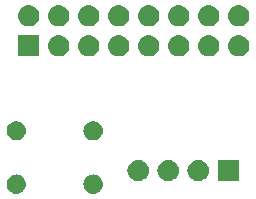
<source format=gbr>
G04 #@! TF.GenerationSoftware,KiCad,Pcbnew,(5.0.0)*
G04 #@! TF.CreationDate,2021-07-17T15:24:55-07:00*
G04 #@! TF.ProjectId,RaspberryPiHat Board,52617370626572727950694861742042,Raspberry Pi Hat *
G04 #@! TF.SameCoordinates,Original*
G04 #@! TF.FileFunction,Soldermask,Bot*
G04 #@! TF.FilePolarity,Negative*
%FSLAX46Y46*%
G04 Gerber Fmt 4.6, Leading zero omitted, Abs format (unit mm)*
G04 Created by KiCad (PCBNEW (5.0.0)) date 07/17/21 15:24:55*
%MOMM*%
%LPD*%
G01*
G04 APERTURE LIST*
%ADD10C,0.100000*%
G04 APERTURE END LIST*
D10*
G36*
X46815747Y-63833921D02*
X46895376Y-63841764D01*
X46997543Y-63872756D01*
X47048628Y-63888252D01*
X47189865Y-63963745D01*
X47313659Y-64065341D01*
X47415255Y-64189135D01*
X47490748Y-64330372D01*
X47506244Y-64381457D01*
X47537236Y-64483624D01*
X47552933Y-64643000D01*
X47537236Y-64802376D01*
X47506244Y-64904543D01*
X47490748Y-64955628D01*
X47415255Y-65096865D01*
X47313659Y-65220659D01*
X47189865Y-65322255D01*
X47048628Y-65397748D01*
X46997543Y-65413244D01*
X46895376Y-65444236D01*
X46815747Y-65452079D01*
X46775934Y-65456000D01*
X46696066Y-65456000D01*
X46656253Y-65452079D01*
X46576624Y-65444236D01*
X46474457Y-65413244D01*
X46423372Y-65397748D01*
X46282135Y-65322255D01*
X46158341Y-65220659D01*
X46056745Y-65096865D01*
X45981252Y-64955628D01*
X45965756Y-64904543D01*
X45934764Y-64802376D01*
X45919067Y-64643000D01*
X45934764Y-64483624D01*
X45965756Y-64381457D01*
X45981252Y-64330372D01*
X46056745Y-64189135D01*
X46158341Y-64065341D01*
X46282135Y-63963745D01*
X46423372Y-63888252D01*
X46474457Y-63872756D01*
X46576624Y-63841764D01*
X46656253Y-63833921D01*
X46696066Y-63830000D01*
X46775934Y-63830000D01*
X46815747Y-63833921D01*
X46815747Y-63833921D01*
G37*
G36*
X40313347Y-63833921D02*
X40392976Y-63841764D01*
X40495143Y-63872756D01*
X40546228Y-63888252D01*
X40687465Y-63963745D01*
X40811259Y-64065341D01*
X40912855Y-64189135D01*
X40988348Y-64330372D01*
X41003844Y-64381457D01*
X41034836Y-64483624D01*
X41050533Y-64643000D01*
X41034836Y-64802376D01*
X41003844Y-64904543D01*
X40988348Y-64955628D01*
X40912855Y-65096865D01*
X40811259Y-65220659D01*
X40687465Y-65322255D01*
X40546228Y-65397748D01*
X40495143Y-65413244D01*
X40392976Y-65444236D01*
X40313347Y-65452079D01*
X40273534Y-65456000D01*
X40193666Y-65456000D01*
X40153853Y-65452079D01*
X40074224Y-65444236D01*
X39972057Y-65413244D01*
X39920972Y-65397748D01*
X39779735Y-65322255D01*
X39655941Y-65220659D01*
X39554345Y-65096865D01*
X39478852Y-64955628D01*
X39463356Y-64904543D01*
X39432364Y-64802376D01*
X39416667Y-64643000D01*
X39432364Y-64483624D01*
X39463356Y-64381457D01*
X39478852Y-64330372D01*
X39554345Y-64189135D01*
X39655941Y-64065341D01*
X39779735Y-63963745D01*
X39920972Y-63888252D01*
X39972057Y-63872756D01*
X40074224Y-63841764D01*
X40153853Y-63833921D01*
X40193666Y-63830000D01*
X40273534Y-63830000D01*
X40313347Y-63833921D01*
X40313347Y-63833921D01*
G37*
G36*
X50656442Y-62605518D02*
X50722627Y-62612037D01*
X50835853Y-62646384D01*
X50892467Y-62663557D01*
X51031087Y-62737652D01*
X51048991Y-62747222D01*
X51084729Y-62776552D01*
X51186186Y-62859814D01*
X51269448Y-62961271D01*
X51298778Y-62997009D01*
X51298779Y-62997011D01*
X51382443Y-63153533D01*
X51382443Y-63153534D01*
X51433963Y-63323373D01*
X51451359Y-63500000D01*
X51433963Y-63676627D01*
X51399616Y-63789853D01*
X51382443Y-63846467D01*
X51360108Y-63888252D01*
X51298778Y-64002991D01*
X51269448Y-64038729D01*
X51186186Y-64140186D01*
X51084729Y-64223448D01*
X51048991Y-64252778D01*
X51048989Y-64252779D01*
X50892467Y-64336443D01*
X50835853Y-64353616D01*
X50722627Y-64387963D01*
X50656442Y-64394482D01*
X50590260Y-64401000D01*
X50501740Y-64401000D01*
X50435558Y-64394482D01*
X50369373Y-64387963D01*
X50256147Y-64353616D01*
X50199533Y-64336443D01*
X50043011Y-64252779D01*
X50043009Y-64252778D01*
X50007271Y-64223448D01*
X49905814Y-64140186D01*
X49822552Y-64038729D01*
X49793222Y-64002991D01*
X49731892Y-63888252D01*
X49709557Y-63846467D01*
X49692384Y-63789853D01*
X49658037Y-63676627D01*
X49640641Y-63500000D01*
X49658037Y-63323373D01*
X49709557Y-63153534D01*
X49709557Y-63153533D01*
X49793221Y-62997011D01*
X49793222Y-62997009D01*
X49822552Y-62961271D01*
X49905814Y-62859814D01*
X50007271Y-62776552D01*
X50043009Y-62747222D01*
X50060913Y-62737652D01*
X50199533Y-62663557D01*
X50256147Y-62646384D01*
X50369373Y-62612037D01*
X50435558Y-62605518D01*
X50501740Y-62599000D01*
X50590260Y-62599000D01*
X50656442Y-62605518D01*
X50656442Y-62605518D01*
G37*
G36*
X53196442Y-62605518D02*
X53262627Y-62612037D01*
X53375853Y-62646384D01*
X53432467Y-62663557D01*
X53571087Y-62737652D01*
X53588991Y-62747222D01*
X53624729Y-62776552D01*
X53726186Y-62859814D01*
X53809448Y-62961271D01*
X53838778Y-62997009D01*
X53838779Y-62997011D01*
X53922443Y-63153533D01*
X53922443Y-63153534D01*
X53973963Y-63323373D01*
X53991359Y-63500000D01*
X53973963Y-63676627D01*
X53939616Y-63789853D01*
X53922443Y-63846467D01*
X53900108Y-63888252D01*
X53838778Y-64002991D01*
X53809448Y-64038729D01*
X53726186Y-64140186D01*
X53624729Y-64223448D01*
X53588991Y-64252778D01*
X53588989Y-64252779D01*
X53432467Y-64336443D01*
X53375853Y-64353616D01*
X53262627Y-64387963D01*
X53196442Y-64394482D01*
X53130260Y-64401000D01*
X53041740Y-64401000D01*
X52975558Y-64394482D01*
X52909373Y-64387963D01*
X52796147Y-64353616D01*
X52739533Y-64336443D01*
X52583011Y-64252779D01*
X52583009Y-64252778D01*
X52547271Y-64223448D01*
X52445814Y-64140186D01*
X52362552Y-64038729D01*
X52333222Y-64002991D01*
X52271892Y-63888252D01*
X52249557Y-63846467D01*
X52232384Y-63789853D01*
X52198037Y-63676627D01*
X52180641Y-63500000D01*
X52198037Y-63323373D01*
X52249557Y-63153534D01*
X52249557Y-63153533D01*
X52333221Y-62997011D01*
X52333222Y-62997009D01*
X52362552Y-62961271D01*
X52445814Y-62859814D01*
X52547271Y-62776552D01*
X52583009Y-62747222D01*
X52600913Y-62737652D01*
X52739533Y-62663557D01*
X52796147Y-62646384D01*
X52909373Y-62612037D01*
X52975558Y-62605518D01*
X53041740Y-62599000D01*
X53130260Y-62599000D01*
X53196442Y-62605518D01*
X53196442Y-62605518D01*
G37*
G36*
X55736442Y-62605518D02*
X55802627Y-62612037D01*
X55915853Y-62646384D01*
X55972467Y-62663557D01*
X56111087Y-62737652D01*
X56128991Y-62747222D01*
X56164729Y-62776552D01*
X56266186Y-62859814D01*
X56349448Y-62961271D01*
X56378778Y-62997009D01*
X56378779Y-62997011D01*
X56462443Y-63153533D01*
X56462443Y-63153534D01*
X56513963Y-63323373D01*
X56531359Y-63500000D01*
X56513963Y-63676627D01*
X56479616Y-63789853D01*
X56462443Y-63846467D01*
X56440108Y-63888252D01*
X56378778Y-64002991D01*
X56349448Y-64038729D01*
X56266186Y-64140186D01*
X56164729Y-64223448D01*
X56128991Y-64252778D01*
X56128989Y-64252779D01*
X55972467Y-64336443D01*
X55915853Y-64353616D01*
X55802627Y-64387963D01*
X55736442Y-64394482D01*
X55670260Y-64401000D01*
X55581740Y-64401000D01*
X55515558Y-64394482D01*
X55449373Y-64387963D01*
X55336147Y-64353616D01*
X55279533Y-64336443D01*
X55123011Y-64252779D01*
X55123009Y-64252778D01*
X55087271Y-64223448D01*
X54985814Y-64140186D01*
X54902552Y-64038729D01*
X54873222Y-64002991D01*
X54811892Y-63888252D01*
X54789557Y-63846467D01*
X54772384Y-63789853D01*
X54738037Y-63676627D01*
X54720641Y-63500000D01*
X54738037Y-63323373D01*
X54789557Y-63153534D01*
X54789557Y-63153533D01*
X54873221Y-62997011D01*
X54873222Y-62997009D01*
X54902552Y-62961271D01*
X54985814Y-62859814D01*
X55087271Y-62776552D01*
X55123009Y-62747222D01*
X55140913Y-62737652D01*
X55279533Y-62663557D01*
X55336147Y-62646384D01*
X55449373Y-62612037D01*
X55515558Y-62605518D01*
X55581740Y-62599000D01*
X55670260Y-62599000D01*
X55736442Y-62605518D01*
X55736442Y-62605518D01*
G37*
G36*
X59067000Y-64401000D02*
X57265000Y-64401000D01*
X57265000Y-62599000D01*
X59067000Y-62599000D01*
X59067000Y-64401000D01*
X59067000Y-64401000D01*
G37*
G36*
X40313347Y-59312721D02*
X40392976Y-59320564D01*
X40495143Y-59351556D01*
X40546228Y-59367052D01*
X40687465Y-59442545D01*
X40811259Y-59544141D01*
X40912855Y-59667935D01*
X40988348Y-59809172D01*
X40988348Y-59809173D01*
X41034836Y-59962424D01*
X41050533Y-60121800D01*
X41034836Y-60281176D01*
X41003844Y-60383343D01*
X40988348Y-60434428D01*
X40912855Y-60575665D01*
X40811259Y-60699459D01*
X40687465Y-60801055D01*
X40546228Y-60876548D01*
X40495143Y-60892044D01*
X40392976Y-60923036D01*
X40313347Y-60930879D01*
X40273534Y-60934800D01*
X40193666Y-60934800D01*
X40153853Y-60930879D01*
X40074224Y-60923036D01*
X39972057Y-60892044D01*
X39920972Y-60876548D01*
X39779735Y-60801055D01*
X39655941Y-60699459D01*
X39554345Y-60575665D01*
X39478852Y-60434428D01*
X39463356Y-60383343D01*
X39432364Y-60281176D01*
X39416667Y-60121800D01*
X39432364Y-59962424D01*
X39478852Y-59809173D01*
X39478852Y-59809172D01*
X39554345Y-59667935D01*
X39655941Y-59544141D01*
X39779735Y-59442545D01*
X39920972Y-59367052D01*
X39972057Y-59351556D01*
X40074224Y-59320564D01*
X40153853Y-59312721D01*
X40193666Y-59308800D01*
X40273534Y-59308800D01*
X40313347Y-59312721D01*
X40313347Y-59312721D01*
G37*
G36*
X46815747Y-59312721D02*
X46895376Y-59320564D01*
X46997543Y-59351556D01*
X47048628Y-59367052D01*
X47189865Y-59442545D01*
X47313659Y-59544141D01*
X47415255Y-59667935D01*
X47490748Y-59809172D01*
X47490748Y-59809173D01*
X47537236Y-59962424D01*
X47552933Y-60121800D01*
X47537236Y-60281176D01*
X47506244Y-60383343D01*
X47490748Y-60434428D01*
X47415255Y-60575665D01*
X47313659Y-60699459D01*
X47189865Y-60801055D01*
X47048628Y-60876548D01*
X46997543Y-60892044D01*
X46895376Y-60923036D01*
X46815747Y-60930879D01*
X46775934Y-60934800D01*
X46696066Y-60934800D01*
X46656253Y-60930879D01*
X46576624Y-60923036D01*
X46474457Y-60892044D01*
X46423372Y-60876548D01*
X46282135Y-60801055D01*
X46158341Y-60699459D01*
X46056745Y-60575665D01*
X45981252Y-60434428D01*
X45965756Y-60383343D01*
X45934764Y-60281176D01*
X45919067Y-60121800D01*
X45934764Y-59962424D01*
X45981252Y-59809173D01*
X45981252Y-59809172D01*
X46056745Y-59667935D01*
X46158341Y-59544141D01*
X46282135Y-59442545D01*
X46423372Y-59367052D01*
X46474457Y-59351556D01*
X46576624Y-59320564D01*
X46656253Y-59312721D01*
X46696066Y-59308800D01*
X46775934Y-59308800D01*
X46815747Y-59312721D01*
X46815747Y-59312721D01*
G37*
G36*
X51545443Y-52039119D02*
X51611627Y-52045637D01*
X51724853Y-52079984D01*
X51781467Y-52097157D01*
X51920087Y-52171252D01*
X51937991Y-52180822D01*
X51973729Y-52210152D01*
X52075186Y-52293414D01*
X52158448Y-52394871D01*
X52187778Y-52430609D01*
X52187779Y-52430611D01*
X52271443Y-52587133D01*
X52271443Y-52587134D01*
X52322963Y-52756973D01*
X52340359Y-52933600D01*
X52322963Y-53110227D01*
X52288616Y-53223453D01*
X52271443Y-53280067D01*
X52197348Y-53418687D01*
X52187778Y-53436591D01*
X52158448Y-53472329D01*
X52075186Y-53573786D01*
X51973729Y-53657048D01*
X51937991Y-53686378D01*
X51937989Y-53686379D01*
X51781467Y-53770043D01*
X51724853Y-53787216D01*
X51611627Y-53821563D01*
X51545442Y-53828082D01*
X51479260Y-53834600D01*
X51390740Y-53834600D01*
X51324558Y-53828082D01*
X51258373Y-53821563D01*
X51145147Y-53787216D01*
X51088533Y-53770043D01*
X50932011Y-53686379D01*
X50932009Y-53686378D01*
X50896271Y-53657048D01*
X50794814Y-53573786D01*
X50711552Y-53472329D01*
X50682222Y-53436591D01*
X50672652Y-53418687D01*
X50598557Y-53280067D01*
X50581384Y-53223453D01*
X50547037Y-53110227D01*
X50529641Y-52933600D01*
X50547037Y-52756973D01*
X50598557Y-52587134D01*
X50598557Y-52587133D01*
X50682221Y-52430611D01*
X50682222Y-52430609D01*
X50711552Y-52394871D01*
X50794814Y-52293414D01*
X50896271Y-52210152D01*
X50932009Y-52180822D01*
X50949913Y-52171252D01*
X51088533Y-52097157D01*
X51145147Y-52079984D01*
X51258373Y-52045637D01*
X51324558Y-52039118D01*
X51390740Y-52032600D01*
X51479260Y-52032600D01*
X51545443Y-52039119D01*
X51545443Y-52039119D01*
G37*
G36*
X42176000Y-53834600D02*
X40374000Y-53834600D01*
X40374000Y-52032600D01*
X42176000Y-52032600D01*
X42176000Y-53834600D01*
X42176000Y-53834600D01*
G37*
G36*
X43925443Y-52039119D02*
X43991627Y-52045637D01*
X44104853Y-52079984D01*
X44161467Y-52097157D01*
X44300087Y-52171252D01*
X44317991Y-52180822D01*
X44353729Y-52210152D01*
X44455186Y-52293414D01*
X44538448Y-52394871D01*
X44567778Y-52430609D01*
X44567779Y-52430611D01*
X44651443Y-52587133D01*
X44651443Y-52587134D01*
X44702963Y-52756973D01*
X44720359Y-52933600D01*
X44702963Y-53110227D01*
X44668616Y-53223453D01*
X44651443Y-53280067D01*
X44577348Y-53418687D01*
X44567778Y-53436591D01*
X44538448Y-53472329D01*
X44455186Y-53573786D01*
X44353729Y-53657048D01*
X44317991Y-53686378D01*
X44317989Y-53686379D01*
X44161467Y-53770043D01*
X44104853Y-53787216D01*
X43991627Y-53821563D01*
X43925442Y-53828082D01*
X43859260Y-53834600D01*
X43770740Y-53834600D01*
X43704558Y-53828082D01*
X43638373Y-53821563D01*
X43525147Y-53787216D01*
X43468533Y-53770043D01*
X43312011Y-53686379D01*
X43312009Y-53686378D01*
X43276271Y-53657048D01*
X43174814Y-53573786D01*
X43091552Y-53472329D01*
X43062222Y-53436591D01*
X43052652Y-53418687D01*
X42978557Y-53280067D01*
X42961384Y-53223453D01*
X42927037Y-53110227D01*
X42909641Y-52933600D01*
X42927037Y-52756973D01*
X42978557Y-52587134D01*
X42978557Y-52587133D01*
X43062221Y-52430611D01*
X43062222Y-52430609D01*
X43091552Y-52394871D01*
X43174814Y-52293414D01*
X43276271Y-52210152D01*
X43312009Y-52180822D01*
X43329913Y-52171252D01*
X43468533Y-52097157D01*
X43525147Y-52079984D01*
X43638373Y-52045637D01*
X43704558Y-52039118D01*
X43770740Y-52032600D01*
X43859260Y-52032600D01*
X43925443Y-52039119D01*
X43925443Y-52039119D01*
G37*
G36*
X49005443Y-52039119D02*
X49071627Y-52045637D01*
X49184853Y-52079984D01*
X49241467Y-52097157D01*
X49380087Y-52171252D01*
X49397991Y-52180822D01*
X49433729Y-52210152D01*
X49535186Y-52293414D01*
X49618448Y-52394871D01*
X49647778Y-52430609D01*
X49647779Y-52430611D01*
X49731443Y-52587133D01*
X49731443Y-52587134D01*
X49782963Y-52756973D01*
X49800359Y-52933600D01*
X49782963Y-53110227D01*
X49748616Y-53223453D01*
X49731443Y-53280067D01*
X49657348Y-53418687D01*
X49647778Y-53436591D01*
X49618448Y-53472329D01*
X49535186Y-53573786D01*
X49433729Y-53657048D01*
X49397991Y-53686378D01*
X49397989Y-53686379D01*
X49241467Y-53770043D01*
X49184853Y-53787216D01*
X49071627Y-53821563D01*
X49005442Y-53828082D01*
X48939260Y-53834600D01*
X48850740Y-53834600D01*
X48784558Y-53828082D01*
X48718373Y-53821563D01*
X48605147Y-53787216D01*
X48548533Y-53770043D01*
X48392011Y-53686379D01*
X48392009Y-53686378D01*
X48356271Y-53657048D01*
X48254814Y-53573786D01*
X48171552Y-53472329D01*
X48142222Y-53436591D01*
X48132652Y-53418687D01*
X48058557Y-53280067D01*
X48041384Y-53223453D01*
X48007037Y-53110227D01*
X47989641Y-52933600D01*
X48007037Y-52756973D01*
X48058557Y-52587134D01*
X48058557Y-52587133D01*
X48142221Y-52430611D01*
X48142222Y-52430609D01*
X48171552Y-52394871D01*
X48254814Y-52293414D01*
X48356271Y-52210152D01*
X48392009Y-52180822D01*
X48409913Y-52171252D01*
X48548533Y-52097157D01*
X48605147Y-52079984D01*
X48718373Y-52045637D01*
X48784558Y-52039118D01*
X48850740Y-52032600D01*
X48939260Y-52032600D01*
X49005443Y-52039119D01*
X49005443Y-52039119D01*
G37*
G36*
X54085443Y-52039119D02*
X54151627Y-52045637D01*
X54264853Y-52079984D01*
X54321467Y-52097157D01*
X54460087Y-52171252D01*
X54477991Y-52180822D01*
X54513729Y-52210152D01*
X54615186Y-52293414D01*
X54698448Y-52394871D01*
X54727778Y-52430609D01*
X54727779Y-52430611D01*
X54811443Y-52587133D01*
X54811443Y-52587134D01*
X54862963Y-52756973D01*
X54880359Y-52933600D01*
X54862963Y-53110227D01*
X54828616Y-53223453D01*
X54811443Y-53280067D01*
X54737348Y-53418687D01*
X54727778Y-53436591D01*
X54698448Y-53472329D01*
X54615186Y-53573786D01*
X54513729Y-53657048D01*
X54477991Y-53686378D01*
X54477989Y-53686379D01*
X54321467Y-53770043D01*
X54264853Y-53787216D01*
X54151627Y-53821563D01*
X54085442Y-53828082D01*
X54019260Y-53834600D01*
X53930740Y-53834600D01*
X53864558Y-53828082D01*
X53798373Y-53821563D01*
X53685147Y-53787216D01*
X53628533Y-53770043D01*
X53472011Y-53686379D01*
X53472009Y-53686378D01*
X53436271Y-53657048D01*
X53334814Y-53573786D01*
X53251552Y-53472329D01*
X53222222Y-53436591D01*
X53212652Y-53418687D01*
X53138557Y-53280067D01*
X53121384Y-53223453D01*
X53087037Y-53110227D01*
X53069641Y-52933600D01*
X53087037Y-52756973D01*
X53138557Y-52587134D01*
X53138557Y-52587133D01*
X53222221Y-52430611D01*
X53222222Y-52430609D01*
X53251552Y-52394871D01*
X53334814Y-52293414D01*
X53436271Y-52210152D01*
X53472009Y-52180822D01*
X53489913Y-52171252D01*
X53628533Y-52097157D01*
X53685147Y-52079984D01*
X53798373Y-52045637D01*
X53864558Y-52039118D01*
X53930740Y-52032600D01*
X54019260Y-52032600D01*
X54085443Y-52039119D01*
X54085443Y-52039119D01*
G37*
G36*
X56625443Y-52039119D02*
X56691627Y-52045637D01*
X56804853Y-52079984D01*
X56861467Y-52097157D01*
X57000087Y-52171252D01*
X57017991Y-52180822D01*
X57053729Y-52210152D01*
X57155186Y-52293414D01*
X57238448Y-52394871D01*
X57267778Y-52430609D01*
X57267779Y-52430611D01*
X57351443Y-52587133D01*
X57351443Y-52587134D01*
X57402963Y-52756973D01*
X57420359Y-52933600D01*
X57402963Y-53110227D01*
X57368616Y-53223453D01*
X57351443Y-53280067D01*
X57277348Y-53418687D01*
X57267778Y-53436591D01*
X57238448Y-53472329D01*
X57155186Y-53573786D01*
X57053729Y-53657048D01*
X57017991Y-53686378D01*
X57017989Y-53686379D01*
X56861467Y-53770043D01*
X56804853Y-53787216D01*
X56691627Y-53821563D01*
X56625442Y-53828082D01*
X56559260Y-53834600D01*
X56470740Y-53834600D01*
X56404558Y-53828082D01*
X56338373Y-53821563D01*
X56225147Y-53787216D01*
X56168533Y-53770043D01*
X56012011Y-53686379D01*
X56012009Y-53686378D01*
X55976271Y-53657048D01*
X55874814Y-53573786D01*
X55791552Y-53472329D01*
X55762222Y-53436591D01*
X55752652Y-53418687D01*
X55678557Y-53280067D01*
X55661384Y-53223453D01*
X55627037Y-53110227D01*
X55609641Y-52933600D01*
X55627037Y-52756973D01*
X55678557Y-52587134D01*
X55678557Y-52587133D01*
X55762221Y-52430611D01*
X55762222Y-52430609D01*
X55791552Y-52394871D01*
X55874814Y-52293414D01*
X55976271Y-52210152D01*
X56012009Y-52180822D01*
X56029913Y-52171252D01*
X56168533Y-52097157D01*
X56225147Y-52079984D01*
X56338373Y-52045637D01*
X56404558Y-52039118D01*
X56470740Y-52032600D01*
X56559260Y-52032600D01*
X56625443Y-52039119D01*
X56625443Y-52039119D01*
G37*
G36*
X59165443Y-52039119D02*
X59231627Y-52045637D01*
X59344853Y-52079984D01*
X59401467Y-52097157D01*
X59540087Y-52171252D01*
X59557991Y-52180822D01*
X59593729Y-52210152D01*
X59695186Y-52293414D01*
X59778448Y-52394871D01*
X59807778Y-52430609D01*
X59807779Y-52430611D01*
X59891443Y-52587133D01*
X59891443Y-52587134D01*
X59942963Y-52756973D01*
X59960359Y-52933600D01*
X59942963Y-53110227D01*
X59908616Y-53223453D01*
X59891443Y-53280067D01*
X59817348Y-53418687D01*
X59807778Y-53436591D01*
X59778448Y-53472329D01*
X59695186Y-53573786D01*
X59593729Y-53657048D01*
X59557991Y-53686378D01*
X59557989Y-53686379D01*
X59401467Y-53770043D01*
X59344853Y-53787216D01*
X59231627Y-53821563D01*
X59165442Y-53828082D01*
X59099260Y-53834600D01*
X59010740Y-53834600D01*
X58944558Y-53828082D01*
X58878373Y-53821563D01*
X58765147Y-53787216D01*
X58708533Y-53770043D01*
X58552011Y-53686379D01*
X58552009Y-53686378D01*
X58516271Y-53657048D01*
X58414814Y-53573786D01*
X58331552Y-53472329D01*
X58302222Y-53436591D01*
X58292652Y-53418687D01*
X58218557Y-53280067D01*
X58201384Y-53223453D01*
X58167037Y-53110227D01*
X58149641Y-52933600D01*
X58167037Y-52756973D01*
X58218557Y-52587134D01*
X58218557Y-52587133D01*
X58302221Y-52430611D01*
X58302222Y-52430609D01*
X58331552Y-52394871D01*
X58414814Y-52293414D01*
X58516271Y-52210152D01*
X58552009Y-52180822D01*
X58569913Y-52171252D01*
X58708533Y-52097157D01*
X58765147Y-52079984D01*
X58878373Y-52045637D01*
X58944558Y-52039118D01*
X59010740Y-52032600D01*
X59099260Y-52032600D01*
X59165443Y-52039119D01*
X59165443Y-52039119D01*
G37*
G36*
X46465443Y-52039119D02*
X46531627Y-52045637D01*
X46644853Y-52079984D01*
X46701467Y-52097157D01*
X46840087Y-52171252D01*
X46857991Y-52180822D01*
X46893729Y-52210152D01*
X46995186Y-52293414D01*
X47078448Y-52394871D01*
X47107778Y-52430609D01*
X47107779Y-52430611D01*
X47191443Y-52587133D01*
X47191443Y-52587134D01*
X47242963Y-52756973D01*
X47260359Y-52933600D01*
X47242963Y-53110227D01*
X47208616Y-53223453D01*
X47191443Y-53280067D01*
X47117348Y-53418687D01*
X47107778Y-53436591D01*
X47078448Y-53472329D01*
X46995186Y-53573786D01*
X46893729Y-53657048D01*
X46857991Y-53686378D01*
X46857989Y-53686379D01*
X46701467Y-53770043D01*
X46644853Y-53787216D01*
X46531627Y-53821563D01*
X46465442Y-53828082D01*
X46399260Y-53834600D01*
X46310740Y-53834600D01*
X46244558Y-53828082D01*
X46178373Y-53821563D01*
X46065147Y-53787216D01*
X46008533Y-53770043D01*
X45852011Y-53686379D01*
X45852009Y-53686378D01*
X45816271Y-53657048D01*
X45714814Y-53573786D01*
X45631552Y-53472329D01*
X45602222Y-53436591D01*
X45592652Y-53418687D01*
X45518557Y-53280067D01*
X45501384Y-53223453D01*
X45467037Y-53110227D01*
X45449641Y-52933600D01*
X45467037Y-52756973D01*
X45518557Y-52587134D01*
X45518557Y-52587133D01*
X45602221Y-52430611D01*
X45602222Y-52430609D01*
X45631552Y-52394871D01*
X45714814Y-52293414D01*
X45816271Y-52210152D01*
X45852009Y-52180822D01*
X45869913Y-52171252D01*
X46008533Y-52097157D01*
X46065147Y-52079984D01*
X46178373Y-52045637D01*
X46244558Y-52039118D01*
X46310740Y-52032600D01*
X46399260Y-52032600D01*
X46465443Y-52039119D01*
X46465443Y-52039119D01*
G37*
G36*
X54085442Y-49499118D02*
X54151627Y-49505637D01*
X54264853Y-49539984D01*
X54321467Y-49557157D01*
X54460087Y-49631252D01*
X54477991Y-49640822D01*
X54513729Y-49670152D01*
X54615186Y-49753414D01*
X54698448Y-49854871D01*
X54727778Y-49890609D01*
X54727779Y-49890611D01*
X54811443Y-50047133D01*
X54811443Y-50047134D01*
X54862963Y-50216973D01*
X54880359Y-50393600D01*
X54862963Y-50570227D01*
X54828616Y-50683453D01*
X54811443Y-50740067D01*
X54737348Y-50878687D01*
X54727778Y-50896591D01*
X54698448Y-50932329D01*
X54615186Y-51033786D01*
X54513729Y-51117048D01*
X54477991Y-51146378D01*
X54477989Y-51146379D01*
X54321467Y-51230043D01*
X54264853Y-51247216D01*
X54151627Y-51281563D01*
X54085442Y-51288082D01*
X54019260Y-51294600D01*
X53930740Y-51294600D01*
X53864557Y-51288081D01*
X53798373Y-51281563D01*
X53685147Y-51247216D01*
X53628533Y-51230043D01*
X53472011Y-51146379D01*
X53472009Y-51146378D01*
X53436271Y-51117048D01*
X53334814Y-51033786D01*
X53251552Y-50932329D01*
X53222222Y-50896591D01*
X53212652Y-50878687D01*
X53138557Y-50740067D01*
X53121384Y-50683453D01*
X53087037Y-50570227D01*
X53069641Y-50393600D01*
X53087037Y-50216973D01*
X53138557Y-50047134D01*
X53138557Y-50047133D01*
X53222221Y-49890611D01*
X53222222Y-49890609D01*
X53251552Y-49854871D01*
X53334814Y-49753414D01*
X53436271Y-49670152D01*
X53472009Y-49640822D01*
X53489913Y-49631252D01*
X53628533Y-49557157D01*
X53685147Y-49539984D01*
X53798373Y-49505637D01*
X53864558Y-49499118D01*
X53930740Y-49492600D01*
X54019260Y-49492600D01*
X54085442Y-49499118D01*
X54085442Y-49499118D01*
G37*
G36*
X59165442Y-49499118D02*
X59231627Y-49505637D01*
X59344853Y-49539984D01*
X59401467Y-49557157D01*
X59540087Y-49631252D01*
X59557991Y-49640822D01*
X59593729Y-49670152D01*
X59695186Y-49753414D01*
X59778448Y-49854871D01*
X59807778Y-49890609D01*
X59807779Y-49890611D01*
X59891443Y-50047133D01*
X59891443Y-50047134D01*
X59942963Y-50216973D01*
X59960359Y-50393600D01*
X59942963Y-50570227D01*
X59908616Y-50683453D01*
X59891443Y-50740067D01*
X59817348Y-50878687D01*
X59807778Y-50896591D01*
X59778448Y-50932329D01*
X59695186Y-51033786D01*
X59593729Y-51117048D01*
X59557991Y-51146378D01*
X59557989Y-51146379D01*
X59401467Y-51230043D01*
X59344853Y-51247216D01*
X59231627Y-51281563D01*
X59165442Y-51288082D01*
X59099260Y-51294600D01*
X59010740Y-51294600D01*
X58944557Y-51288081D01*
X58878373Y-51281563D01*
X58765147Y-51247216D01*
X58708533Y-51230043D01*
X58552011Y-51146379D01*
X58552009Y-51146378D01*
X58516271Y-51117048D01*
X58414814Y-51033786D01*
X58331552Y-50932329D01*
X58302222Y-50896591D01*
X58292652Y-50878687D01*
X58218557Y-50740067D01*
X58201384Y-50683453D01*
X58167037Y-50570227D01*
X58149641Y-50393600D01*
X58167037Y-50216973D01*
X58218557Y-50047134D01*
X58218557Y-50047133D01*
X58302221Y-49890611D01*
X58302222Y-49890609D01*
X58331552Y-49854871D01*
X58414814Y-49753414D01*
X58516271Y-49670152D01*
X58552009Y-49640822D01*
X58569913Y-49631252D01*
X58708533Y-49557157D01*
X58765147Y-49539984D01*
X58878373Y-49505637D01*
X58944558Y-49499118D01*
X59010740Y-49492600D01*
X59099260Y-49492600D01*
X59165442Y-49499118D01*
X59165442Y-49499118D01*
G37*
G36*
X56625442Y-49499118D02*
X56691627Y-49505637D01*
X56804853Y-49539984D01*
X56861467Y-49557157D01*
X57000087Y-49631252D01*
X57017991Y-49640822D01*
X57053729Y-49670152D01*
X57155186Y-49753414D01*
X57238448Y-49854871D01*
X57267778Y-49890609D01*
X57267779Y-49890611D01*
X57351443Y-50047133D01*
X57351443Y-50047134D01*
X57402963Y-50216973D01*
X57420359Y-50393600D01*
X57402963Y-50570227D01*
X57368616Y-50683453D01*
X57351443Y-50740067D01*
X57277348Y-50878687D01*
X57267778Y-50896591D01*
X57238448Y-50932329D01*
X57155186Y-51033786D01*
X57053729Y-51117048D01*
X57017991Y-51146378D01*
X57017989Y-51146379D01*
X56861467Y-51230043D01*
X56804853Y-51247216D01*
X56691627Y-51281563D01*
X56625442Y-51288082D01*
X56559260Y-51294600D01*
X56470740Y-51294600D01*
X56404557Y-51288081D01*
X56338373Y-51281563D01*
X56225147Y-51247216D01*
X56168533Y-51230043D01*
X56012011Y-51146379D01*
X56012009Y-51146378D01*
X55976271Y-51117048D01*
X55874814Y-51033786D01*
X55791552Y-50932329D01*
X55762222Y-50896591D01*
X55752652Y-50878687D01*
X55678557Y-50740067D01*
X55661384Y-50683453D01*
X55627037Y-50570227D01*
X55609641Y-50393600D01*
X55627037Y-50216973D01*
X55678557Y-50047134D01*
X55678557Y-50047133D01*
X55762221Y-49890611D01*
X55762222Y-49890609D01*
X55791552Y-49854871D01*
X55874814Y-49753414D01*
X55976271Y-49670152D01*
X56012009Y-49640822D01*
X56029913Y-49631252D01*
X56168533Y-49557157D01*
X56225147Y-49539984D01*
X56338373Y-49505637D01*
X56404558Y-49499118D01*
X56470740Y-49492600D01*
X56559260Y-49492600D01*
X56625442Y-49499118D01*
X56625442Y-49499118D01*
G37*
G36*
X51545442Y-49499118D02*
X51611627Y-49505637D01*
X51724853Y-49539984D01*
X51781467Y-49557157D01*
X51920087Y-49631252D01*
X51937991Y-49640822D01*
X51973729Y-49670152D01*
X52075186Y-49753414D01*
X52158448Y-49854871D01*
X52187778Y-49890609D01*
X52187779Y-49890611D01*
X52271443Y-50047133D01*
X52271443Y-50047134D01*
X52322963Y-50216973D01*
X52340359Y-50393600D01*
X52322963Y-50570227D01*
X52288616Y-50683453D01*
X52271443Y-50740067D01*
X52197348Y-50878687D01*
X52187778Y-50896591D01*
X52158448Y-50932329D01*
X52075186Y-51033786D01*
X51973729Y-51117048D01*
X51937991Y-51146378D01*
X51937989Y-51146379D01*
X51781467Y-51230043D01*
X51724853Y-51247216D01*
X51611627Y-51281563D01*
X51545442Y-51288082D01*
X51479260Y-51294600D01*
X51390740Y-51294600D01*
X51324557Y-51288081D01*
X51258373Y-51281563D01*
X51145147Y-51247216D01*
X51088533Y-51230043D01*
X50932011Y-51146379D01*
X50932009Y-51146378D01*
X50896271Y-51117048D01*
X50794814Y-51033786D01*
X50711552Y-50932329D01*
X50682222Y-50896591D01*
X50672652Y-50878687D01*
X50598557Y-50740067D01*
X50581384Y-50683453D01*
X50547037Y-50570227D01*
X50529641Y-50393600D01*
X50547037Y-50216973D01*
X50598557Y-50047134D01*
X50598557Y-50047133D01*
X50682221Y-49890611D01*
X50682222Y-49890609D01*
X50711552Y-49854871D01*
X50794814Y-49753414D01*
X50896271Y-49670152D01*
X50932009Y-49640822D01*
X50949913Y-49631252D01*
X51088533Y-49557157D01*
X51145147Y-49539984D01*
X51258373Y-49505637D01*
X51324558Y-49499118D01*
X51390740Y-49492600D01*
X51479260Y-49492600D01*
X51545442Y-49499118D01*
X51545442Y-49499118D01*
G37*
G36*
X49005442Y-49499118D02*
X49071627Y-49505637D01*
X49184853Y-49539984D01*
X49241467Y-49557157D01*
X49380087Y-49631252D01*
X49397991Y-49640822D01*
X49433729Y-49670152D01*
X49535186Y-49753414D01*
X49618448Y-49854871D01*
X49647778Y-49890609D01*
X49647779Y-49890611D01*
X49731443Y-50047133D01*
X49731443Y-50047134D01*
X49782963Y-50216973D01*
X49800359Y-50393600D01*
X49782963Y-50570227D01*
X49748616Y-50683453D01*
X49731443Y-50740067D01*
X49657348Y-50878687D01*
X49647778Y-50896591D01*
X49618448Y-50932329D01*
X49535186Y-51033786D01*
X49433729Y-51117048D01*
X49397991Y-51146378D01*
X49397989Y-51146379D01*
X49241467Y-51230043D01*
X49184853Y-51247216D01*
X49071627Y-51281563D01*
X49005442Y-51288082D01*
X48939260Y-51294600D01*
X48850740Y-51294600D01*
X48784557Y-51288081D01*
X48718373Y-51281563D01*
X48605147Y-51247216D01*
X48548533Y-51230043D01*
X48392011Y-51146379D01*
X48392009Y-51146378D01*
X48356271Y-51117048D01*
X48254814Y-51033786D01*
X48171552Y-50932329D01*
X48142222Y-50896591D01*
X48132652Y-50878687D01*
X48058557Y-50740067D01*
X48041384Y-50683453D01*
X48007037Y-50570227D01*
X47989641Y-50393600D01*
X48007037Y-50216973D01*
X48058557Y-50047134D01*
X48058557Y-50047133D01*
X48142221Y-49890611D01*
X48142222Y-49890609D01*
X48171552Y-49854871D01*
X48254814Y-49753414D01*
X48356271Y-49670152D01*
X48392009Y-49640822D01*
X48409913Y-49631252D01*
X48548533Y-49557157D01*
X48605147Y-49539984D01*
X48718373Y-49505637D01*
X48784558Y-49499118D01*
X48850740Y-49492600D01*
X48939260Y-49492600D01*
X49005442Y-49499118D01*
X49005442Y-49499118D01*
G37*
G36*
X46465442Y-49499118D02*
X46531627Y-49505637D01*
X46644853Y-49539984D01*
X46701467Y-49557157D01*
X46840087Y-49631252D01*
X46857991Y-49640822D01*
X46893729Y-49670152D01*
X46995186Y-49753414D01*
X47078448Y-49854871D01*
X47107778Y-49890609D01*
X47107779Y-49890611D01*
X47191443Y-50047133D01*
X47191443Y-50047134D01*
X47242963Y-50216973D01*
X47260359Y-50393600D01*
X47242963Y-50570227D01*
X47208616Y-50683453D01*
X47191443Y-50740067D01*
X47117348Y-50878687D01*
X47107778Y-50896591D01*
X47078448Y-50932329D01*
X46995186Y-51033786D01*
X46893729Y-51117048D01*
X46857991Y-51146378D01*
X46857989Y-51146379D01*
X46701467Y-51230043D01*
X46644853Y-51247216D01*
X46531627Y-51281563D01*
X46465442Y-51288082D01*
X46399260Y-51294600D01*
X46310740Y-51294600D01*
X46244557Y-51288081D01*
X46178373Y-51281563D01*
X46065147Y-51247216D01*
X46008533Y-51230043D01*
X45852011Y-51146379D01*
X45852009Y-51146378D01*
X45816271Y-51117048D01*
X45714814Y-51033786D01*
X45631552Y-50932329D01*
X45602222Y-50896591D01*
X45592652Y-50878687D01*
X45518557Y-50740067D01*
X45501384Y-50683453D01*
X45467037Y-50570227D01*
X45449641Y-50393600D01*
X45467037Y-50216973D01*
X45518557Y-50047134D01*
X45518557Y-50047133D01*
X45602221Y-49890611D01*
X45602222Y-49890609D01*
X45631552Y-49854871D01*
X45714814Y-49753414D01*
X45816271Y-49670152D01*
X45852009Y-49640822D01*
X45869913Y-49631252D01*
X46008533Y-49557157D01*
X46065147Y-49539984D01*
X46178373Y-49505637D01*
X46244558Y-49499118D01*
X46310740Y-49492600D01*
X46399260Y-49492600D01*
X46465442Y-49499118D01*
X46465442Y-49499118D01*
G37*
G36*
X43925442Y-49499118D02*
X43991627Y-49505637D01*
X44104853Y-49539984D01*
X44161467Y-49557157D01*
X44300087Y-49631252D01*
X44317991Y-49640822D01*
X44353729Y-49670152D01*
X44455186Y-49753414D01*
X44538448Y-49854871D01*
X44567778Y-49890609D01*
X44567779Y-49890611D01*
X44651443Y-50047133D01*
X44651443Y-50047134D01*
X44702963Y-50216973D01*
X44720359Y-50393600D01*
X44702963Y-50570227D01*
X44668616Y-50683453D01*
X44651443Y-50740067D01*
X44577348Y-50878687D01*
X44567778Y-50896591D01*
X44538448Y-50932329D01*
X44455186Y-51033786D01*
X44353729Y-51117048D01*
X44317991Y-51146378D01*
X44317989Y-51146379D01*
X44161467Y-51230043D01*
X44104853Y-51247216D01*
X43991627Y-51281563D01*
X43925442Y-51288082D01*
X43859260Y-51294600D01*
X43770740Y-51294600D01*
X43704557Y-51288081D01*
X43638373Y-51281563D01*
X43525147Y-51247216D01*
X43468533Y-51230043D01*
X43312011Y-51146379D01*
X43312009Y-51146378D01*
X43276271Y-51117048D01*
X43174814Y-51033786D01*
X43091552Y-50932329D01*
X43062222Y-50896591D01*
X43052652Y-50878687D01*
X42978557Y-50740067D01*
X42961384Y-50683453D01*
X42927037Y-50570227D01*
X42909641Y-50393600D01*
X42927037Y-50216973D01*
X42978557Y-50047134D01*
X42978557Y-50047133D01*
X43062221Y-49890611D01*
X43062222Y-49890609D01*
X43091552Y-49854871D01*
X43174814Y-49753414D01*
X43276271Y-49670152D01*
X43312009Y-49640822D01*
X43329913Y-49631252D01*
X43468533Y-49557157D01*
X43525147Y-49539984D01*
X43638373Y-49505637D01*
X43704558Y-49499118D01*
X43770740Y-49492600D01*
X43859260Y-49492600D01*
X43925442Y-49499118D01*
X43925442Y-49499118D01*
G37*
G36*
X41385442Y-49499118D02*
X41451627Y-49505637D01*
X41564853Y-49539984D01*
X41621467Y-49557157D01*
X41760087Y-49631252D01*
X41777991Y-49640822D01*
X41813729Y-49670152D01*
X41915186Y-49753414D01*
X41998448Y-49854871D01*
X42027778Y-49890609D01*
X42027779Y-49890611D01*
X42111443Y-50047133D01*
X42111443Y-50047134D01*
X42162963Y-50216973D01*
X42180359Y-50393600D01*
X42162963Y-50570227D01*
X42128616Y-50683453D01*
X42111443Y-50740067D01*
X42037348Y-50878687D01*
X42027778Y-50896591D01*
X41998448Y-50932329D01*
X41915186Y-51033786D01*
X41813729Y-51117048D01*
X41777991Y-51146378D01*
X41777989Y-51146379D01*
X41621467Y-51230043D01*
X41564853Y-51247216D01*
X41451627Y-51281563D01*
X41385442Y-51288082D01*
X41319260Y-51294600D01*
X41230740Y-51294600D01*
X41164557Y-51288081D01*
X41098373Y-51281563D01*
X40985147Y-51247216D01*
X40928533Y-51230043D01*
X40772011Y-51146379D01*
X40772009Y-51146378D01*
X40736271Y-51117048D01*
X40634814Y-51033786D01*
X40551552Y-50932329D01*
X40522222Y-50896591D01*
X40512652Y-50878687D01*
X40438557Y-50740067D01*
X40421384Y-50683453D01*
X40387037Y-50570227D01*
X40369641Y-50393600D01*
X40387037Y-50216973D01*
X40438557Y-50047134D01*
X40438557Y-50047133D01*
X40522221Y-49890611D01*
X40522222Y-49890609D01*
X40551552Y-49854871D01*
X40634814Y-49753414D01*
X40736271Y-49670152D01*
X40772009Y-49640822D01*
X40789913Y-49631252D01*
X40928533Y-49557157D01*
X40985147Y-49539984D01*
X41098373Y-49505637D01*
X41164558Y-49499118D01*
X41230740Y-49492600D01*
X41319260Y-49492600D01*
X41385442Y-49499118D01*
X41385442Y-49499118D01*
G37*
M02*

</source>
